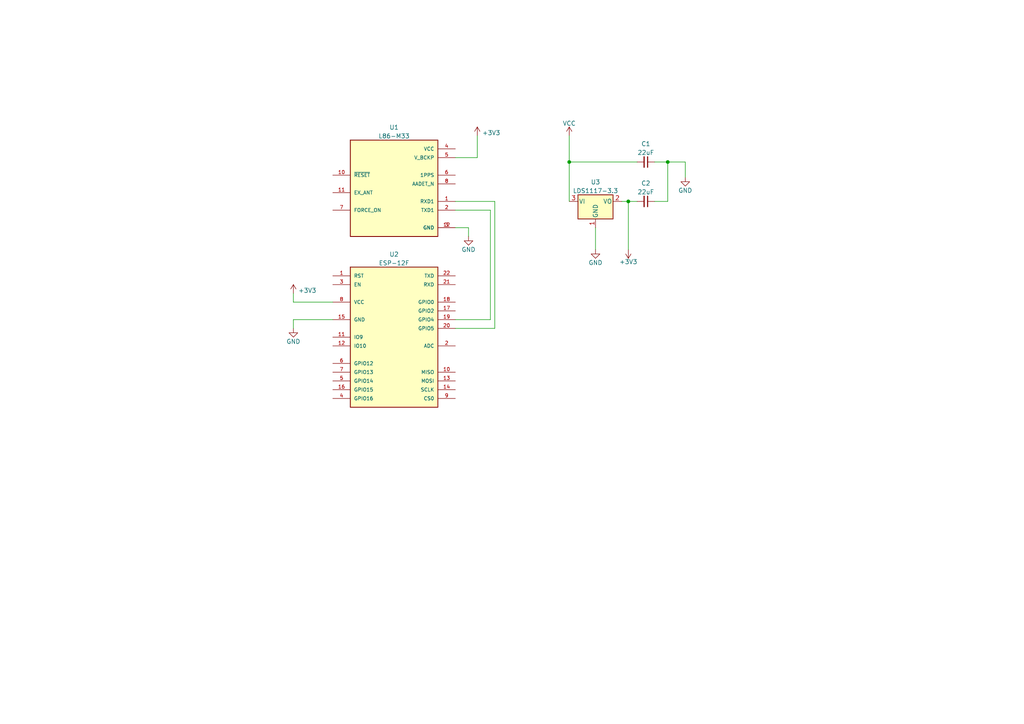
<source format=kicad_sch>
(kicad_sch (version 20211123) (generator eeschema)

  (uuid e63e39d7-6ac0-4ffd-8aa3-1841a4541b55)

  (paper "A4")

  (lib_symbols
    (symbol "Device:C_Small" (pin_numbers hide) (pin_names (offset 0.254) hide) (in_bom yes) (on_board yes)
      (property "Reference" "C" (id 0) (at 0.254 1.778 0)
        (effects (font (size 1.27 1.27)) (justify left))
      )
      (property "Value" "C_Small" (id 1) (at 0.254 -2.032 0)
        (effects (font (size 1.27 1.27)) (justify left))
      )
      (property "Footprint" "" (id 2) (at 0 0 0)
        (effects (font (size 1.27 1.27)) hide)
      )
      (property "Datasheet" "~" (id 3) (at 0 0 0)
        (effects (font (size 1.27 1.27)) hide)
      )
      (property "ki_keywords" "capacitor cap" (id 4) (at 0 0 0)
        (effects (font (size 1.27 1.27)) hide)
      )
      (property "ki_description" "Unpolarized capacitor, small symbol" (id 5) (at 0 0 0)
        (effects (font (size 1.27 1.27)) hide)
      )
      (property "ki_fp_filters" "C_*" (id 6) (at 0 0 0)
        (effects (font (size 1.27 1.27)) hide)
      )
      (symbol "C_Small_0_1"
        (polyline
          (pts
            (xy -1.524 -0.508)
            (xy 1.524 -0.508)
          )
          (stroke (width 0.3302) (type default) (color 0 0 0 0))
          (fill (type none))
        )
        (polyline
          (pts
            (xy -1.524 0.508)
            (xy 1.524 0.508)
          )
          (stroke (width 0.3048) (type default) (color 0 0 0 0))
          (fill (type none))
        )
      )
      (symbol "C_Small_1_1"
        (pin passive line (at 0 2.54 270) (length 2.032)
          (name "~" (effects (font (size 1.27 1.27))))
          (number "1" (effects (font (size 1.27 1.27))))
        )
        (pin passive line (at 0 -2.54 90) (length 2.032)
          (name "~" (effects (font (size 1.27 1.27))))
          (number "2" (effects (font (size 1.27 1.27))))
        )
      )
    )
    (symbol "ESP-12F:ESP-12F" (pin_names (offset 1.016)) (in_bom yes) (on_board yes)
      (property "Reference" "U" (id 0) (at -12.7254 22.9057 0)
        (effects (font (size 1.27 1.27)) (justify left bottom))
      )
      (property "Value" "ESP-12F" (id 1) (at -12.7237 -22.9026 0)
        (effects (font (size 1.27 1.27)) (justify left bottom))
      )
      (property "Footprint" "ESP-12F" (id 2) (at 0 0 0)
        (effects (font (size 1.27 1.27)) (justify bottom) hide)
      )
      (property "Datasheet" "" (id 3) (at 0 0 0)
        (effects (font (size 1.27 1.27)) hide)
      )
      (symbol "ESP-12F_0_0"
        (rectangle (start -12.7 -20.32) (end 12.7 20.32)
          (stroke (width 0.254) (type default) (color 0 0 0 0))
          (fill (type background))
        )
        (pin bidirectional line (at -17.78 17.78 0) (length 5.08)
          (name "RST" (effects (font (size 1.016 1.016))))
          (number "1" (effects (font (size 1.016 1.016))))
        )
        (pin bidirectional line (at 17.78 -10.16 180) (length 5.08)
          (name "MISO" (effects (font (size 1.016 1.016))))
          (number "10" (effects (font (size 1.016 1.016))))
        )
        (pin bidirectional line (at -17.78 0 0) (length 5.08)
          (name "IO9" (effects (font (size 1.016 1.016))))
          (number "11" (effects (font (size 1.016 1.016))))
        )
        (pin bidirectional line (at -17.78 -2.54 0) (length 5.08)
          (name "IO10" (effects (font (size 1.016 1.016))))
          (number "12" (effects (font (size 1.016 1.016))))
        )
        (pin bidirectional line (at 17.78 -12.7 180) (length 5.08)
          (name "MOSI" (effects (font (size 1.016 1.016))))
          (number "13" (effects (font (size 1.016 1.016))))
        )
        (pin bidirectional line (at 17.78 -15.24 180) (length 5.08)
          (name "SCLK" (effects (font (size 1.016 1.016))))
          (number "14" (effects (font (size 1.016 1.016))))
        )
        (pin bidirectional line (at -17.78 5.08 0) (length 5.08)
          (name "GND" (effects (font (size 1.016 1.016))))
          (number "15" (effects (font (size 1.016 1.016))))
        )
        (pin bidirectional line (at -17.78 -15.24 0) (length 5.08)
          (name "GPIO15" (effects (font (size 1.016 1.016))))
          (number "16" (effects (font (size 1.016 1.016))))
        )
        (pin bidirectional line (at 17.78 7.62 180) (length 5.08)
          (name "GPIO2" (effects (font (size 1.016 1.016))))
          (number "17" (effects (font (size 1.016 1.016))))
        )
        (pin bidirectional line (at 17.78 10.16 180) (length 5.08)
          (name "GPIO0" (effects (font (size 1.016 1.016))))
          (number "18" (effects (font (size 1.016 1.016))))
        )
        (pin bidirectional line (at 17.78 5.08 180) (length 5.08)
          (name "GPIO4" (effects (font (size 1.016 1.016))))
          (number "19" (effects (font (size 1.016 1.016))))
        )
        (pin bidirectional line (at 17.78 -2.54 180) (length 5.08)
          (name "ADC" (effects (font (size 1.016 1.016))))
          (number "2" (effects (font (size 1.016 1.016))))
        )
        (pin bidirectional line (at 17.78 2.54 180) (length 5.08)
          (name "GPIO5" (effects (font (size 1.016 1.016))))
          (number "20" (effects (font (size 1.016 1.016))))
        )
        (pin bidirectional line (at 17.78 15.24 180) (length 5.08)
          (name "RXD" (effects (font (size 1.016 1.016))))
          (number "21" (effects (font (size 1.016 1.016))))
        )
        (pin bidirectional line (at 17.78 17.78 180) (length 5.08)
          (name "TXD" (effects (font (size 1.016 1.016))))
          (number "22" (effects (font (size 1.016 1.016))))
        )
        (pin bidirectional line (at -17.78 15.24 0) (length 5.08)
          (name "EN" (effects (font (size 1.016 1.016))))
          (number "3" (effects (font (size 1.016 1.016))))
        )
        (pin bidirectional line (at -17.78 -17.78 0) (length 5.08)
          (name "GPIO16" (effects (font (size 1.016 1.016))))
          (number "4" (effects (font (size 1.016 1.016))))
        )
        (pin bidirectional line (at -17.78 -12.7 0) (length 5.08)
          (name "GPIO14" (effects (font (size 1.016 1.016))))
          (number "5" (effects (font (size 1.016 1.016))))
        )
        (pin bidirectional line (at -17.78 -7.62 0) (length 5.08)
          (name "GPIO12" (effects (font (size 1.016 1.016))))
          (number "6" (effects (font (size 1.016 1.016))))
        )
        (pin bidirectional line (at -17.78 -10.16 0) (length 5.08)
          (name "GPIO13" (effects (font (size 1.016 1.016))))
          (number "7" (effects (font (size 1.016 1.016))))
        )
        (pin bidirectional line (at -17.78 10.16 0) (length 5.08)
          (name "VCC" (effects (font (size 1.016 1.016))))
          (number "8" (effects (font (size 1.016 1.016))))
        )
        (pin bidirectional line (at 17.78 -17.78 180) (length 5.08)
          (name "CS0" (effects (font (size 1.016 1.016))))
          (number "9" (effects (font (size 1.016 1.016))))
        )
      )
    )
    (symbol "L86:L86-M33" (pin_names (offset 1.016)) (in_bom yes) (on_board yes)
      (property "Reference" "U" (id 0) (at -12.7042 12.7042 0)
        (effects (font (size 1.27 1.27)) (justify left bottom))
      )
      (property "Value" "L86-M33" (id 1) (at -12.7212 -17.8097 0)
        (effects (font (size 1.27 1.27)) (justify left bottom))
      )
      (property "Footprint" "L86-M33:XCVR_L86-M33" (id 2) (at 0 0 0)
        (effects (font (size 1.27 1.27)) (justify bottom) hide)
      )
      (property "Datasheet" "" (id 3) (at 0 0 0)
        (effects (font (size 1.27 1.27)) hide)
      )
      (property "MF" "Quectel" (id 4) (at 0 0 0)
        (effects (font (size 1.27 1.27)) (justify bottom) hide)
      )
      (property "DESCRIPTION" "L86 is an ultra-compact GNSS POT _Patch on Top_ module with an embedded 18.4mm × 18.4mm × 4.0mm patch antenna and utilizes the MediaTek new generation GNSS chipset MT3333 that achieves the perfect performance" (id 5) (at 0 0 0)
        (effects (font (size 1.27 1.27)) (justify bottom) hide)
      )
      (property "PACKAGE" "None" (id 6) (at 0 0 0)
        (effects (font (size 1.27 1.27)) (justify bottom) hide)
      )
      (property "PRICE" "None" (id 7) (at 0 0 0)
        (effects (font (size 1.27 1.27)) (justify bottom) hide)
      )
      (property "Package" "LCC-12 Quectel" (id 8) (at 0 0 0)
        (effects (font (size 1.27 1.27)) (justify bottom) hide)
      )
      (property "Check_prices" "https://www.snapeda.com/parts/L86-M33/Quectel/view-part/?ref=eda" (id 9) (at 0 0 0)
        (effects (font (size 1.27 1.27)) (justify bottom) hide)
      )
      (property "Price" "None" (id 10) (at 0 0 0)
        (effects (font (size 1.27 1.27)) (justify bottom) hide)
      )
      (property "SnapEDA_Link" "https://www.snapeda.com/parts/L86-M33/Quectel/view-part/?ref=snap" (id 11) (at 0 0 0)
        (effects (font (size 1.27 1.27)) (justify bottom) hide)
      )
      (property "MP" "L86-M33" (id 12) (at 0 0 0)
        (effects (font (size 1.27 1.27)) (justify bottom) hide)
      )
      (property "Purchase-URL" "https://www.snapeda.com/api/url_track_click_mouser/?unipart_id=225155&manufacturer=Quectel&part_name=L86-M33&search_term=None" (id 13) (at 0 0 0)
        (effects (font (size 1.27 1.27)) (justify bottom) hide)
      )
      (property "Availability" "In Stock" (id 14) (at 0 0 0)
        (effects (font (size 1.27 1.27)) (justify bottom) hide)
      )
      (property "AVAILABILITY" "Unavailable" (id 15) (at 0 0 0)
        (effects (font (size 1.27 1.27)) (justify bottom) hide)
      )
      (property "Description" "\nL86 is an ultra-compact GNSS POT (Patch on Top) module with an embedded 18.4mm × 18.4mm × 4.0mm patch antenna and utilizes the MediaTek new generation GNSS chipset MT3333 that achieves the perfect performance\n" (id 16) (at 0 0 0)
        (effects (font (size 1.27 1.27)) (justify bottom) hide)
      )
      (symbol "L86-M33_0_0"
        (rectangle (start -12.7 -15.24) (end 12.7 12.7)
          (stroke (width 0.254) (type default) (color 0 0 0 0))
          (fill (type background))
        )
        (pin input line (at 17.78 -5.08 180) (length 5.08)
          (name "RXD1" (effects (font (size 1.016 1.016))))
          (number "1" (effects (font (size 1.016 1.016))))
        )
        (pin input line (at -17.78 2.54 0) (length 5.08)
          (name "~{RESET}" (effects (font (size 1.016 1.016))))
          (number "10" (effects (font (size 1.016 1.016))))
        )
        (pin input line (at -17.78 -2.54 0) (length 5.08)
          (name "EX_ANT" (effects (font (size 1.016 1.016))))
          (number "11" (effects (font (size 1.016 1.016))))
        )
        (pin passive line (at 17.78 -12.7 180) (length 5.08)
          (name "GND" (effects (font (size 1.016 1.016))))
          (number "12" (effects (font (size 1.016 1.016))))
        )
        (pin output line (at 17.78 -7.62 180) (length 5.08)
          (name "TXD1" (effects (font (size 1.016 1.016))))
          (number "2" (effects (font (size 1.016 1.016))))
        )
        (pin passive line (at 17.78 -12.7 180) (length 5.08)
          (name "GND" (effects (font (size 1.016 1.016))))
          (number "3" (effects (font (size 1.016 1.016))))
        )
        (pin power_in line (at 17.78 10.16 180) (length 5.08)
          (name "VCC" (effects (font (size 1.016 1.016))))
          (number "4" (effects (font (size 1.016 1.016))))
        )
        (pin power_in line (at 17.78 7.62 180) (length 5.08)
          (name "V_BCKP" (effects (font (size 1.016 1.016))))
          (number "5" (effects (font (size 1.016 1.016))))
        )
        (pin output line (at 17.78 2.54 180) (length 5.08)
          (name "1PPS" (effects (font (size 1.016 1.016))))
          (number "6" (effects (font (size 1.016 1.016))))
        )
        (pin input line (at -17.78 -7.62 0) (length 5.08)
          (name "FORCE_ON" (effects (font (size 1.016 1.016))))
          (number "7" (effects (font (size 1.016 1.016))))
        )
        (pin output line (at 17.78 0 180) (length 5.08)
          (name "AADET_N" (effects (font (size 1.016 1.016))))
          (number "8" (effects (font (size 1.016 1.016))))
        )
      )
    )
    (symbol "Regulator_Linear:LD1117S33TR_SOT223" (pin_names (offset 0.254)) (in_bom yes) (on_board yes)
      (property "Reference" "U" (id 0) (at -3.81 3.175 0)
        (effects (font (size 1.27 1.27)))
      )
      (property "Value" "LD1117S33TR_SOT223" (id 1) (at 0 3.175 0)
        (effects (font (size 1.27 1.27)) (justify left))
      )
      (property "Footprint" "Package_TO_SOT_SMD:SOT-223-3_TabPin2" (id 2) (at 0 5.08 0)
        (effects (font (size 1.27 1.27)) hide)
      )
      (property "Datasheet" "http://www.st.com/st-web-ui/static/active/en/resource/technical/document/datasheet/CD00000544.pdf" (id 3) (at 2.54 -6.35 0)
        (effects (font (size 1.27 1.27)) hide)
      )
      (property "ki_keywords" "REGULATOR LDO 3.3V" (id 4) (at 0 0 0)
        (effects (font (size 1.27 1.27)) hide)
      )
      (property "ki_description" "800mA Fixed Low Drop Positive Voltage Regulator, Fixed Output 3.3V, SOT-223" (id 5) (at 0 0 0)
        (effects (font (size 1.27 1.27)) hide)
      )
      (property "ki_fp_filters" "SOT?223*TabPin2*" (id 6) (at 0 0 0)
        (effects (font (size 1.27 1.27)) hide)
      )
      (symbol "LD1117S33TR_SOT223_0_1"
        (rectangle (start -5.08 -5.08) (end 5.08 1.905)
          (stroke (width 0.254) (type default) (color 0 0 0 0))
          (fill (type background))
        )
      )
      (symbol "LD1117S33TR_SOT223_1_1"
        (pin power_in line (at 0 -7.62 90) (length 2.54)
          (name "GND" (effects (font (size 1.27 1.27))))
          (number "1" (effects (font (size 1.27 1.27))))
        )
        (pin power_out line (at 7.62 0 180) (length 2.54)
          (name "VO" (effects (font (size 1.27 1.27))))
          (number "2" (effects (font (size 1.27 1.27))))
        )
        (pin power_in line (at -7.62 0 0) (length 2.54)
          (name "VI" (effects (font (size 1.27 1.27))))
          (number "3" (effects (font (size 1.27 1.27))))
        )
      )
    )
    (symbol "power:+3V3" (power) (pin_names (offset 0)) (in_bom yes) (on_board yes)
      (property "Reference" "#PWR" (id 0) (at 0 -3.81 0)
        (effects (font (size 1.27 1.27)) hide)
      )
      (property "Value" "+3V3" (id 1) (at 0 3.556 0)
        (effects (font (size 1.27 1.27)))
      )
      (property "Footprint" "" (id 2) (at 0 0 0)
        (effects (font (size 1.27 1.27)) hide)
      )
      (property "Datasheet" "" (id 3) (at 0 0 0)
        (effects (font (size 1.27 1.27)) hide)
      )
      (property "ki_keywords" "power-flag" (id 4) (at 0 0 0)
        (effects (font (size 1.27 1.27)) hide)
      )
      (property "ki_description" "Power symbol creates a global label with name \"+3V3\"" (id 5) (at 0 0 0)
        (effects (font (size 1.27 1.27)) hide)
      )
      (symbol "+3V3_0_1"
        (polyline
          (pts
            (xy -0.762 1.27)
            (xy 0 2.54)
          )
          (stroke (width 0) (type default) (color 0 0 0 0))
          (fill (type none))
        )
        (polyline
          (pts
            (xy 0 0)
            (xy 0 2.54)
          )
          (stroke (width 0) (type default) (color 0 0 0 0))
          (fill (type none))
        )
        (polyline
          (pts
            (xy 0 2.54)
            (xy 0.762 1.27)
          )
          (stroke (width 0) (type default) (color 0 0 0 0))
          (fill (type none))
        )
      )
      (symbol "+3V3_1_1"
        (pin power_in line (at 0 0 90) (length 0) hide
          (name "+3V3" (effects (font (size 1.27 1.27))))
          (number "1" (effects (font (size 1.27 1.27))))
        )
      )
    )
    (symbol "power:GND" (power) (pin_names (offset 0)) (in_bom yes) (on_board yes)
      (property "Reference" "#PWR" (id 0) (at 0 -6.35 0)
        (effects (font (size 1.27 1.27)) hide)
      )
      (property "Value" "GND" (id 1) (at 0 -3.81 0)
        (effects (font (size 1.27 1.27)))
      )
      (property "Footprint" "" (id 2) (at 0 0 0)
        (effects (font (size 1.27 1.27)) hide)
      )
      (property "Datasheet" "" (id 3) (at 0 0 0)
        (effects (font (size 1.27 1.27)) hide)
      )
      (property "ki_keywords" "power-flag" (id 4) (at 0 0 0)
        (effects (font (size 1.27 1.27)) hide)
      )
      (property "ki_description" "Power symbol creates a global label with name \"GND\" , ground" (id 5) (at 0 0 0)
        (effects (font (size 1.27 1.27)) hide)
      )
      (symbol "GND_0_1"
        (polyline
          (pts
            (xy 0 0)
            (xy 0 -1.27)
            (xy 1.27 -1.27)
            (xy 0 -2.54)
            (xy -1.27 -1.27)
            (xy 0 -1.27)
          )
          (stroke (width 0) (type default) (color 0 0 0 0))
          (fill (type none))
        )
      )
      (symbol "GND_1_1"
        (pin power_in line (at 0 0 270) (length 0) hide
          (name "GND" (effects (font (size 1.27 1.27))))
          (number "1" (effects (font (size 1.27 1.27))))
        )
      )
    )
    (symbol "power:VCC" (power) (pin_names (offset 0)) (in_bom yes) (on_board yes)
      (property "Reference" "#PWR" (id 0) (at 0 -3.81 0)
        (effects (font (size 1.27 1.27)) hide)
      )
      (property "Value" "VCC" (id 1) (at 0 3.81 0)
        (effects (font (size 1.27 1.27)))
      )
      (property "Footprint" "" (id 2) (at 0 0 0)
        (effects (font (size 1.27 1.27)) hide)
      )
      (property "Datasheet" "" (id 3) (at 0 0 0)
        (effects (font (size 1.27 1.27)) hide)
      )
      (property "ki_keywords" "power-flag" (id 4) (at 0 0 0)
        (effects (font (size 1.27 1.27)) hide)
      )
      (property "ki_description" "Power symbol creates a global label with name \"VCC\"" (id 5) (at 0 0 0)
        (effects (font (size 1.27 1.27)) hide)
      )
      (symbol "VCC_0_1"
        (polyline
          (pts
            (xy -0.762 1.27)
            (xy 0 2.54)
          )
          (stroke (width 0) (type default) (color 0 0 0 0))
          (fill (type none))
        )
        (polyline
          (pts
            (xy 0 0)
            (xy 0 2.54)
          )
          (stroke (width 0) (type default) (color 0 0 0 0))
          (fill (type none))
        )
        (polyline
          (pts
            (xy 0 2.54)
            (xy 0.762 1.27)
          )
          (stroke (width 0) (type default) (color 0 0 0 0))
          (fill (type none))
        )
      )
      (symbol "VCC_1_1"
        (pin power_in line (at 0 0 90) (length 0) hide
          (name "VCC" (effects (font (size 1.27 1.27))))
          (number "1" (effects (font (size 1.27 1.27))))
        )
      )
    )
  )

  (junction (at 165.1 46.99) (diameter 0) (color 0 0 0 0)
    (uuid 076046ab-4b56-4060-b8d9-0d80806d0277)
  )
  (junction (at 182.245 58.42) (diameter 0) (color 0 0 0 0)
    (uuid 9186dae5-6dc3-4744-9f90-e697559c6ac8)
  )
  (junction (at 193.675 46.99) (diameter 0) (color 0 0 0 0)
    (uuid 92035a88-6c95-4a61-bd8a-cb8dd9e5018a)
  )

  (wire (pts (xy 172.72 66.04) (xy 172.72 72.39))
    (stroke (width 0) (type default) (color 0 0 0 0))
    (uuid 00e38d63-5436-49db-81f5-697421f168fc)
  )
  (wire (pts (xy 143.51 58.42) (xy 143.51 95.25))
    (stroke (width 0) (type default) (color 0 0 0 0))
    (uuid 072f3316-3117-44da-91e8-fa82b7f1dc38)
  )
  (wire (pts (xy 165.1 39.37) (xy 165.1 46.99))
    (stroke (width 0) (type default) (color 0 0 0 0))
    (uuid 1171ce37-6ad7-4662-bb68-5592c945ebf3)
  )
  (wire (pts (xy 142.24 60.96) (xy 132.08 60.96))
    (stroke (width 0) (type default) (color 0 0 0 0))
    (uuid 12400bec-a035-4aa2-9a39-f72c9ebb9aa4)
  )
  (wire (pts (xy 132.08 66.04) (xy 135.89 66.04))
    (stroke (width 0) (type default) (color 0 0 0 0))
    (uuid 15bb2b49-6af8-47a1-8392-4418fd59c0d9)
  )
  (wire (pts (xy 165.1 46.99) (xy 165.1 58.42))
    (stroke (width 0) (type default) (color 0 0 0 0))
    (uuid 196a8dd5-5fd6-4c7f-ae4a-0104bd82e61b)
  )
  (wire (pts (xy 142.24 92.71) (xy 142.24 60.96))
    (stroke (width 0) (type default) (color 0 0 0 0))
    (uuid 3a89d7e0-d5a4-4b01-9b9f-d4a5399876c5)
  )
  (wire (pts (xy 96.52 92.71) (xy 85.09 92.71))
    (stroke (width 0) (type default) (color 0 0 0 0))
    (uuid 40bc1bb0-266c-402e-ab6b-1162df90ab81)
  )
  (wire (pts (xy 180.34 58.42) (xy 182.245 58.42))
    (stroke (width 0) (type default) (color 0 0 0 0))
    (uuid 4b03e854-02fe-44cc-bece-f8268b7cae54)
  )
  (wire (pts (xy 193.675 58.42) (xy 193.675 46.99))
    (stroke (width 0) (type default) (color 0 0 0 0))
    (uuid 4ec618ae-096f-4256-9328-005ee04f13d6)
  )
  (wire (pts (xy 198.755 51.435) (xy 198.755 46.99))
    (stroke (width 0) (type default) (color 0 0 0 0))
    (uuid 5d9921f1-08b3-4cc9-8cf7-e9a72ca2fdb7)
  )
  (wire (pts (xy 96.52 87.63) (xy 85.09 87.63))
    (stroke (width 0) (type default) (color 0 0 0 0))
    (uuid 6557ea9e-c90e-4ed9-984e-32c4c2bf5b2d)
  )
  (wire (pts (xy 138.43 45.72) (xy 138.43 39.37))
    (stroke (width 0) (type default) (color 0 0 0 0))
    (uuid a736a3fc-55b0-43d3-b5dd-596413780f33)
  )
  (wire (pts (xy 189.865 58.42) (xy 193.675 58.42))
    (stroke (width 0) (type default) (color 0 0 0 0))
    (uuid aa79024d-ca7e-4c24-b127-7df08bbd0c75)
  )
  (wire (pts (xy 165.1 46.99) (xy 184.785 46.99))
    (stroke (width 0) (type default) (color 0 0 0 0))
    (uuid b0271cdd-de22-4bf4-8f55-fc137cfbd4ec)
  )
  (wire (pts (xy 143.51 95.25) (xy 132.08 95.25))
    (stroke (width 0) (type default) (color 0 0 0 0))
    (uuid baf98d09-6ab5-4655-be51-a62cf95f3a7d)
  )
  (wire (pts (xy 182.245 58.42) (xy 184.785 58.42))
    (stroke (width 0) (type default) (color 0 0 0 0))
    (uuid c7af8405-da2e-4a34-b9b8-518f342f8995)
  )
  (wire (pts (xy 193.675 46.99) (xy 189.865 46.99))
    (stroke (width 0) (type default) (color 0 0 0 0))
    (uuid c8b6b273-3d20-4a46-8069-f6d608563604)
  )
  (wire (pts (xy 132.08 58.42) (xy 143.51 58.42))
    (stroke (width 0) (type default) (color 0 0 0 0))
    (uuid cbf9efad-1ffe-4504-9e8d-55ecca8732fa)
  )
  (wire (pts (xy 85.09 87.63) (xy 85.09 85.09))
    (stroke (width 0) (type default) (color 0 0 0 0))
    (uuid d6e24b4e-e165-441b-92f7-0a67c0529c28)
  )
  (wire (pts (xy 198.755 46.99) (xy 193.675 46.99))
    (stroke (width 0) (type default) (color 0 0 0 0))
    (uuid dae72997-44fc-4275-b36f-cd70bf46cfba)
  )
  (wire (pts (xy 85.09 92.71) (xy 85.09 95.25))
    (stroke (width 0) (type default) (color 0 0 0 0))
    (uuid e33d0992-9cc2-48b4-9166-d338179c81f7)
  )
  (wire (pts (xy 135.89 66.04) (xy 135.89 68.58))
    (stroke (width 0) (type default) (color 0 0 0 0))
    (uuid e5df9794-1398-4e27-b9c8-1dc510df67e5)
  )
  (wire (pts (xy 132.08 45.72) (xy 138.43 45.72))
    (stroke (width 0) (type default) (color 0 0 0 0))
    (uuid ee85443c-fdcd-49d3-be20-47e484cb59a1)
  )
  (wire (pts (xy 182.245 58.42) (xy 182.245 72.39))
    (stroke (width 0) (type default) (color 0 0 0 0))
    (uuid f1a9fb80-4cc4-410f-9616-e19c969dcab5)
  )
  (wire (pts (xy 132.08 92.71) (xy 142.24 92.71))
    (stroke (width 0) (type default) (color 0 0 0 0))
    (uuid fe011508-efc2-4d41-85de-6cfb764e7639)
  )

  (symbol (lib_id "power:GND") (at 172.72 72.39 0) (unit 1)
    (in_bom yes) (on_board yes)
    (uuid 16121028-bdf5-49c0-aae7-e28fe5bfa771)
    (property "Reference" "#PWR0104" (id 0) (at 172.72 78.74 0)
      (effects (font (size 1.27 1.27)) hide)
    )
    (property "Value" "GND" (id 1) (at 172.72 76.2 0))
    (property "Footprint" "" (id 2) (at 172.72 72.39 0)
      (effects (font (size 1.27 1.27)) hide)
    )
    (property "Datasheet" "" (id 3) (at 172.72 72.39 0)
      (effects (font (size 1.27 1.27)) hide)
    )
    (pin "1" (uuid d0a0deb1-4f0f-4ede-b730-2c6d67cb9618))
  )

  (symbol (lib_id "power:VCC") (at 165.1 39.37 0) (unit 1)
    (in_bom yes) (on_board yes) (fields_autoplaced)
    (uuid 1fbb0219-551e-409b-a61b-76e8cebdfb9d)
    (property "Reference" "#PWR0102" (id 0) (at 165.1 43.18 0)
      (effects (font (size 1.27 1.27)) hide)
    )
    (property "Value" "VCC" (id 1) (at 165.1 35.7942 0))
    (property "Footprint" "" (id 2) (at 165.1 39.37 0)
      (effects (font (size 1.27 1.27)) hide)
    )
    (property "Datasheet" "" (id 3) (at 165.1 39.37 0)
      (effects (font (size 1.27 1.27)) hide)
    )
    (pin "1" (uuid 7bfba61b-6752-4a45-9ee6-5984dcb15041))
  )

  (symbol (lib_id "L86:L86-M33") (at 114.3 53.34 0) (unit 1)
    (in_bom yes) (on_board yes) (fields_autoplaced)
    (uuid 27e112bb-379e-4535-a70d-a0e678c371ae)
    (property "Reference" "U1" (id 0) (at 114.3 36.9402 0))
    (property "Value" "L86-M33" (id 1) (at 114.3 39.4771 0))
    (property "Footprint" "L86:XCVR_L86-M33" (id 2) (at 114.3 53.34 0)
      (effects (font (size 1.27 1.27)) (justify bottom) hide)
    )
    (property "Datasheet" "" (id 3) (at 114.3 53.34 0)
      (effects (font (size 1.27 1.27)) hide)
    )
    (property "MF" "Quectel" (id 4) (at 114.3 53.34 0)
      (effects (font (size 1.27 1.27)) (justify bottom) hide)
    )
    (property "DESCRIPTION" "L86 is an ultra-compact GNSS POT _Patch on Top_ module with an embedded 18.4mm × 18.4mm × 4.0mm patch antenna and utilizes the MediaTek new generation GNSS chipset MT3333 that achieves the perfect performance" (id 5) (at 114.3 53.34 0)
      (effects (font (size 1.27 1.27)) (justify bottom) hide)
    )
    (property "PACKAGE" "None" (id 6) (at 114.3 53.34 0)
      (effects (font (size 1.27 1.27)) (justify bottom) hide)
    )
    (property "PRICE" "None" (id 7) (at 114.3 53.34 0)
      (effects (font (size 1.27 1.27)) (justify bottom) hide)
    )
    (property "Package" "LCC-12 Quectel" (id 8) (at 114.3 53.34 0)
      (effects (font (size 1.27 1.27)) (justify bottom) hide)
    )
    (property "Check_prices" "https://www.snapeda.com/parts/L86-M33/Quectel/view-part/?ref=eda" (id 9) (at 114.3 53.34 0)
      (effects (font (size 1.27 1.27)) (justify bottom) hide)
    )
    (property "Price" "None" (id 10) (at 114.3 53.34 0)
      (effects (font (size 1.27 1.27)) (justify bottom) hide)
    )
    (property "SnapEDA_Link" "https://www.snapeda.com/parts/L86-M33/Quectel/view-part/?ref=snap" (id 11) (at 114.3 53.34 0)
      (effects (font (size 1.27 1.27)) (justify bottom) hide)
    )
    (property "MP" "L86-M33" (id 12) (at 114.3 53.34 0)
      (effects (font (size 1.27 1.27)) (justify bottom) hide)
    )
    (property "Purchase-URL" "https://www.snapeda.com/api/url_track_click_mouser/?unipart_id=225155&manufacturer=Quectel&part_name=L86-M33&search_term=None" (id 13) (at 114.3 53.34 0)
      (effects (font (size 1.27 1.27)) (justify bottom) hide)
    )
    (property "Availability" "In Stock" (id 14) (at 114.3 53.34 0)
      (effects (font (size 1.27 1.27)) (justify bottom) hide)
    )
    (property "AVAILABILITY" "Unavailable" (id 15) (at 114.3 53.34 0)
      (effects (font (size 1.27 1.27)) (justify bottom) hide)
    )
    (property "Description" "\nL86 is an ultra-compact GNSS POT (Patch on Top) module with an embedded 18.4mm × 18.4mm × 4.0mm patch antenna and utilizes the MediaTek new generation GNSS chipset MT3333 that achieves the perfect performance\n" (id 16) (at 114.3 53.34 0)
      (effects (font (size 1.27 1.27)) (justify bottom) hide)
    )
    (pin "1" (uuid c38bcb76-072f-4dac-ae3c-2878c12baaaa))
    (pin "10" (uuid f95c6027-15cc-4326-9d31-38f6dba6baec))
    (pin "11" (uuid e93952e0-b012-4dcc-a5ce-167d55bdd575))
    (pin "12" (uuid fa2a3668-9582-4466-b44e-6720f86e983f))
    (pin "2" (uuid d8abe8ec-485d-44a5-b5c3-6d01cfd7fd8c))
    (pin "3" (uuid 9c26b72f-cc8f-4568-a8a9-f55225c27554))
    (pin "4" (uuid 9e07d90c-56c0-4c4f-855e-0025effe6c99))
    (pin "5" (uuid 87f4b7ba-c2c6-4980-9aad-767b93259fb9))
    (pin "6" (uuid 5f698b56-319a-4e7a-acc3-9c3c494e9e07))
    (pin "7" (uuid 75c56b73-e91e-4c3e-8fb7-792f0cb19b7b))
    (pin "8" (uuid 1e5d0253-acc2-4f0d-86a2-9343225c71a7))
  )

  (symbol (lib_id "power:+3V3") (at 138.43 39.37 0) (unit 1)
    (in_bom yes) (on_board yes) (fields_autoplaced)
    (uuid 5676a8d6-8bd0-429e-a0b9-aeab4b23b7c6)
    (property "Reference" "#PWR0106" (id 0) (at 138.43 43.18 0)
      (effects (font (size 1.27 1.27)) hide)
    )
    (property "Value" "+3V3" (id 1) (at 139.827 38.5338 0)
      (effects (font (size 1.27 1.27)) (justify left))
    )
    (property "Footprint" "" (id 2) (at 138.43 39.37 0)
      (effects (font (size 1.27 1.27)) hide)
    )
    (property "Datasheet" "" (id 3) (at 138.43 39.37 0)
      (effects (font (size 1.27 1.27)) hide)
    )
    (pin "1" (uuid 69afbd89-c2dd-4bfe-9ebc-4b30825928d1))
  )

  (symbol (lib_id "power:GND") (at 85.09 95.25 0) (unit 1)
    (in_bom yes) (on_board yes)
    (uuid 5f1ebd9d-c92e-49e6-93b0-a6fb85307065)
    (property "Reference" "#PWR0107" (id 0) (at 85.09 101.6 0)
      (effects (font (size 1.27 1.27)) hide)
    )
    (property "Value" "GND" (id 1) (at 85.09 99.06 0))
    (property "Footprint" "" (id 2) (at 85.09 95.25 0)
      (effects (font (size 1.27 1.27)) hide)
    )
    (property "Datasheet" "" (id 3) (at 85.09 95.25 0)
      (effects (font (size 1.27 1.27)) hide)
    )
    (pin "1" (uuid 56bf509a-b286-4ddb-b297-da82b2dc85fb))
  )

  (symbol (lib_id "Regulator_Linear:LD1117S33TR_SOT223") (at 172.72 58.42 0) (unit 1)
    (in_bom yes) (on_board yes) (fields_autoplaced)
    (uuid 60ff6322-62e2-4602-9bc0-7a0f0a5ecfbf)
    (property "Reference" "U3" (id 0) (at 172.72 52.8152 0))
    (property "Value" "LDS1117-3.3" (id 1) (at 172.72 55.3521 0))
    (property "Footprint" "Package_TO_SOT_SMD:SOT-223-3_TabPin2" (id 2) (at 172.72 53.34 0)
      (effects (font (size 1.27 1.27)) hide)
    )
    (property "Datasheet" "http://www.st.com/st-web-ui/static/active/en/resource/technical/document/datasheet/CD00000544.pdf" (id 3) (at 175.26 64.77 0)
      (effects (font (size 1.27 1.27)) hide)
    )
    (pin "1" (uuid e7369115-d491-4ef3-be3d-f5298992c3e8))
    (pin "2" (uuid aa130053-a451-4f12-97f7-3d4d891a5f83))
    (pin "3" (uuid 9186fd02-f30d-4e17-aa38-378ab73e3908))
  )

  (symbol (lib_id "power:+3V3") (at 182.245 72.39 180) (unit 1)
    (in_bom yes) (on_board yes) (fields_autoplaced)
    (uuid 699feae1-8cdd-4d2b-947f-f24849c73cdb)
    (property "Reference" "#PWR0103" (id 0) (at 182.245 68.58 0)
      (effects (font (size 1.27 1.27)) hide)
    )
    (property "Value" "+3V3" (id 1) (at 182.245 75.946 0))
    (property "Footprint" "" (id 2) (at 182.245 72.39 0)
      (effects (font (size 1.27 1.27)) hide)
    )
    (property "Datasheet" "" (id 3) (at 182.245 72.39 0)
      (effects (font (size 1.27 1.27)) hide)
    )
    (pin "1" (uuid d88958ac-68cd-4955-a63f-0eaa329dec86))
  )

  (symbol (lib_id "Device:C_Small") (at 187.325 46.99 270) (unit 1)
    (in_bom yes) (on_board yes) (fields_autoplaced)
    (uuid 6e435cd4-da2b-4602-a0aa-5dd988834dff)
    (property "Reference" "C1" (id 0) (at 187.3186 41.7281 90))
    (property "Value" "22uF" (id 1) (at 187.3186 44.265 90))
    (property "Footprint" "Capacitor_SMD:C_1206_3216Metric" (id 2) (at 187.325 46.99 0)
      (effects (font (size 1.27 1.27)) hide)
    )
    (property "Datasheet" "~" (id 3) (at 187.325 46.99 0)
      (effects (font (size 1.27 1.27)) hide)
    )
    (pin "1" (uuid 6f675e5f-8fe6-4148-baf1-da97afc770f8))
    (pin "2" (uuid d69a5fdf-de15-4ec9-94f6-f9ee2f4b69fa))
  )

  (symbol (lib_id "power:GND") (at 198.755 51.435 0) (unit 1)
    (in_bom yes) (on_board yes)
    (uuid 71c6e723-673c-45a9-a0e4-9742220c52a3)
    (property "Reference" "#PWR0101" (id 0) (at 198.755 57.785 0)
      (effects (font (size 1.27 1.27)) hide)
    )
    (property "Value" "GND" (id 1) (at 198.755 55.245 0))
    (property "Footprint" "" (id 2) (at 198.755 51.435 0)
      (effects (font (size 1.27 1.27)) hide)
    )
    (property "Datasheet" "" (id 3) (at 198.755 51.435 0)
      (effects (font (size 1.27 1.27)) hide)
    )
    (pin "1" (uuid b4833916-7a3e-4498-86fb-ec6d13262ffe))
  )

  (symbol (lib_id "power:+3V3") (at 85.09 85.09 0) (unit 1)
    (in_bom yes) (on_board yes) (fields_autoplaced)
    (uuid a09e391f-19a5-46ee-9dce-6c3afc0faeb6)
    (property "Reference" "#PWR0108" (id 0) (at 85.09 88.9 0)
      (effects (font (size 1.27 1.27)) hide)
    )
    (property "Value" "+3V3" (id 1) (at 86.487 84.2538 0)
      (effects (font (size 1.27 1.27)) (justify left))
    )
    (property "Footprint" "" (id 2) (at 85.09 85.09 0)
      (effects (font (size 1.27 1.27)) hide)
    )
    (property "Datasheet" "" (id 3) (at 85.09 85.09 0)
      (effects (font (size 1.27 1.27)) hide)
    )
    (pin "1" (uuid 473f52cf-da61-4e6f-ab47-155b37334045))
  )

  (symbol (lib_id "ESP-12F:ESP-12F") (at 114.3 97.79 0) (unit 1)
    (in_bom yes) (on_board yes) (fields_autoplaced)
    (uuid d932e413-55ae-457b-a959-bad83c84d724)
    (property "Reference" "U2" (id 0) (at 114.3 73.7702 0))
    (property "Value" "ESP-12F" (id 1) (at 114.3 76.3071 0))
    (property "Footprint" "ESP-12F" (id 2) (at 114.3 97.79 0)
      (effects (font (size 1.27 1.27)) (justify bottom) hide)
    )
    (property "Datasheet" "" (id 3) (at 114.3 97.79 0)
      (effects (font (size 1.27 1.27)) hide)
    )
    (pin "1" (uuid 6dcb6b48-87fc-45e5-b5d2-2e548601fab8))
    (pin "10" (uuid 8d495700-c675-4080-b7a2-5c90d83d311f))
    (pin "11" (uuid 6dbeb271-70cf-48a4-af15-4f29601b6b93))
    (pin "12" (uuid 221716b4-71b4-492e-a69e-458b8376bbcc))
    (pin "13" (uuid 1bc22e41-50b0-4676-86e9-a264ed264ea5))
    (pin "14" (uuid 495b9f3e-72d4-4443-8d1b-2b95612acb36))
    (pin "15" (uuid a498800d-c7f2-4a17-96da-2f9a8f6ad361))
    (pin "16" (uuid e8863b0a-bdcc-4c2a-b3e9-c6dcfc091d1e))
    (pin "17" (uuid 4c0cd657-4a0d-4409-9555-bb1ce90e34ed))
    (pin "18" (uuid f1cdea97-084c-4836-89b5-4ca1fb43c3fe))
    (pin "19" (uuid 278c08c8-62b2-42d5-ba30-8cbcfc259807))
    (pin "2" (uuid 511ca6ca-1c86-41e8-b3f2-11a64d5df8db))
    (pin "20" (uuid d1d272e9-a112-40e9-8ccd-279b04adb456))
    (pin "21" (uuid d2b287bc-2f46-4c35-bfa6-97b6a4a32736))
    (pin "22" (uuid 3900a3b0-431b-4976-9497-7ceb8bad1232))
    (pin "3" (uuid 802934f8-7c36-4345-a27f-3454fedf92f5))
    (pin "4" (uuid 19d84518-aa56-4a89-beed-78ce8456d9cf))
    (pin "5" (uuid 2eb5c7ae-ece1-4fed-b4e9-592cfba8365c))
    (pin "6" (uuid d877237b-ec99-4b5c-877c-78f09f24b4c8))
    (pin "7" (uuid b6b55823-dd6f-4789-a515-dfa8818d1837))
    (pin "8" (uuid 7e8eac31-6145-4cd6-8741-61a068767f13))
    (pin "9" (uuid 4e7ee89e-e3bd-4c59-a6e1-e370f451c381))
  )

  (symbol (lib_id "Device:C_Small") (at 187.325 58.42 270) (unit 1)
    (in_bom yes) (on_board yes) (fields_autoplaced)
    (uuid e1c30a32-820e-4b17-aec9-5cb8b76f0ccc)
    (property "Reference" "C2" (id 0) (at 187.3186 53.1581 90))
    (property "Value" "22uF" (id 1) (at 187.3186 55.695 90))
    (property "Footprint" "Capacitor_SMD:C_1206_3216Metric" (id 2) (at 187.325 58.42 0)
      (effects (font (size 1.27 1.27)) hide)
    )
    (property "Datasheet" "~" (id 3) (at 187.325 58.42 0)
      (effects (font (size 1.27 1.27)) hide)
    )
    (pin "1" (uuid 88d2c4b8-79f2-4e8b-9f70-b7e0ed9c70f8))
    (pin "2" (uuid a7531a95-7ca1-4f34-955e-18120cec99e6))
  )

  (symbol (lib_id "power:GND") (at 135.89 68.58 0) (unit 1)
    (in_bom yes) (on_board yes)
    (uuid e7929458-8a46-427f-993b-013f276b81fb)
    (property "Reference" "#PWR0105" (id 0) (at 135.89 74.93 0)
      (effects (font (size 1.27 1.27)) hide)
    )
    (property "Value" "GND" (id 1) (at 135.89 72.39 0))
    (property "Footprint" "" (id 2) (at 135.89 68.58 0)
      (effects (font (size 1.27 1.27)) hide)
    )
    (property "Datasheet" "" (id 3) (at 135.89 68.58 0)
      (effects (font (size 1.27 1.27)) hide)
    )
    (pin "1" (uuid e50f83f3-b364-481b-8758-572a54abc17b))
  )

  (sheet_instances
    (path "/" (page "1"))
  )

  (symbol_instances
    (path "/71c6e723-673c-45a9-a0e4-9742220c52a3"
      (reference "#PWR0101") (unit 1) (value "GND") (footprint "")
    )
    (path "/1fbb0219-551e-409b-a61b-76e8cebdfb9d"
      (reference "#PWR0102") (unit 1) (value "VCC") (footprint "")
    )
    (path "/699feae1-8cdd-4d2b-947f-f24849c73cdb"
      (reference "#PWR0103") (unit 1) (value "+3V3") (footprint "")
    )
    (path "/16121028-bdf5-49c0-aae7-e28fe5bfa771"
      (reference "#PWR0104") (unit 1) (value "GND") (footprint "")
    )
    (path "/e7929458-8a46-427f-993b-013f276b81fb"
      (reference "#PWR0105") (unit 1) (value "GND") (footprint "")
    )
    (path "/5676a8d6-8bd0-429e-a0b9-aeab4b23b7c6"
      (reference "#PWR0106") (unit 1) (value "+3V3") (footprint "")
    )
    (path "/5f1ebd9d-c92e-49e6-93b0-a6fb85307065"
      (reference "#PWR0107") (unit 1) (value "GND") (footprint "")
    )
    (path "/a09e391f-19a5-46ee-9dce-6c3afc0faeb6"
      (reference "#PWR0108") (unit 1) (value "+3V3") (footprint "")
    )
    (path "/6e435cd4-da2b-4602-a0aa-5dd988834dff"
      (reference "C1") (unit 1) (value "22uF") (footprint "Capacitor_SMD:C_1206_3216Metric")
    )
    (path "/e1c30a32-820e-4b17-aec9-5cb8b76f0ccc"
      (reference "C2") (unit 1) (value "22uF") (footprint "Capacitor_SMD:C_1206_3216Metric")
    )
    (path "/27e112bb-379e-4535-a70d-a0e678c371ae"
      (reference "U1") (unit 1) (value "L86-M33") (footprint "L86:XCVR_L86-M33")
    )
    (path "/d932e413-55ae-457b-a959-bad83c84d724"
      (reference "U2") (unit 1) (value "ESP-12F") (footprint "ESP-12F")
    )
    (path "/60ff6322-62e2-4602-9bc0-7a0f0a5ecfbf"
      (reference "U3") (unit 1) (value "LDS1117-3.3") (footprint "Package_TO_SOT_SMD:SOT-223-3_TabPin2")
    )
  )
)

</source>
